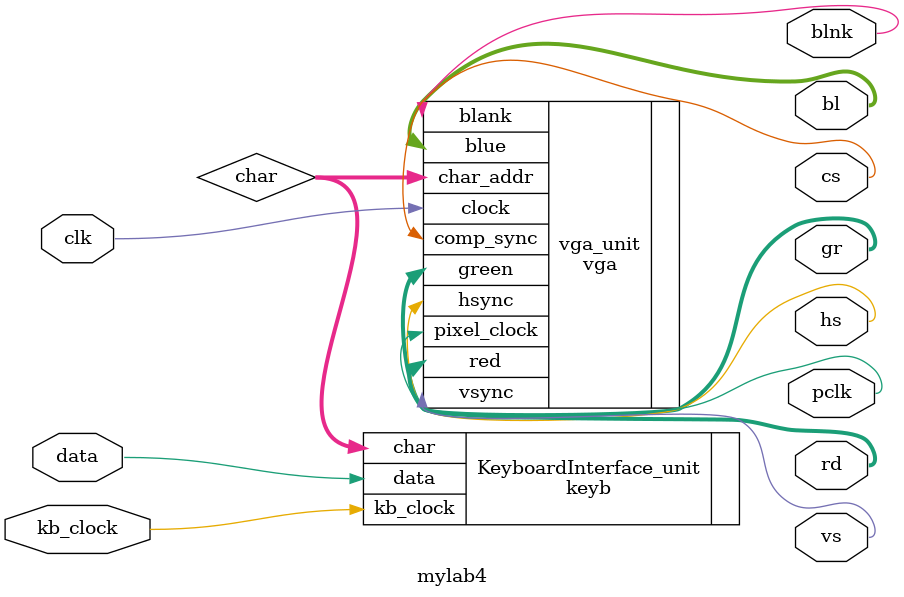
<source format=v>
`timescale 1ns / 1ps
module mylab4(
//-------------keyboard-----------------
input wire kb_clock, // This is the clock signal from Keyboard
input wire data, //This is the clock signal from Keyboard
//-------------VGA-----------------
input clk,
output wire vs,hs,pclk,
output wire cs,blnk, 
output wire [7:0] rd,gr,bl
);

wire [3:0] char;

keyb KeyboardInterface_unit
(.kb_clock(kb_clock), .data(data), .char(char)
);


vga vga_unit
(. char_addr(char),. clock(clk), . hsync (hs) , . vsync (vs),
.comp_sync(cs), .blank(blnk),
 .pixel_clock(pclk), .red(rd), .green(gr),.blue(bl));

endmodule
</source>
